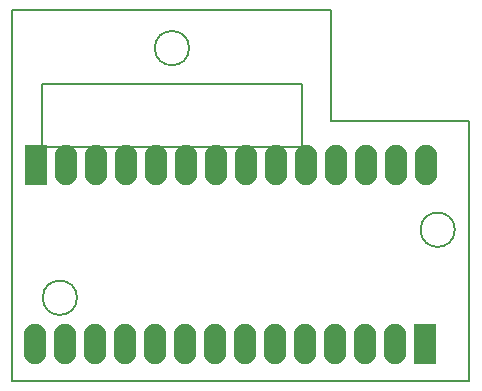
<source format=gbr>
G04 #@! TF.FileFunction,Soldermask,Top*
%FSLAX46Y46*%
G04 Gerber Fmt 4.6, Leading zero omitted, Abs format (unit mm)*
G04 Created by KiCad (PCBNEW 4.0.2-stable) date 04/04/2016 12:36:13*
%MOMM*%
G01*
G04 APERTURE LIST*
%ADD10C,0.100000*%
%ADD11C,0.150000*%
%ADD12O,1.906220X3.414980*%
%ADD13R,1.906220X3.414980*%
G04 APERTURE END LIST*
D10*
D11*
X138272205Y-108370000D02*
G75*
G03X138272205Y-108370000I-1452205J0D01*
G01*
X147762205Y-87232205D02*
G75*
G03X147762205Y-87232205I-1452205J0D01*
G01*
X170260000Y-102610000D02*
G75*
G03X170260000Y-102610000I-1452205J0D01*
G01*
X138272205Y-108370000D02*
G75*
G03X138272205Y-108370000I-1452205J0D01*
G01*
X157300000Y-95600000D02*
X135300000Y-95600000D01*
X157300000Y-90300000D02*
X157300000Y-95600000D01*
X135300000Y-90300000D02*
X157300000Y-90300000D01*
X135300000Y-95600000D02*
X135300000Y-90300000D01*
X171500000Y-115400000D02*
X132800000Y-115400000D01*
X171500000Y-115200000D02*
X171500000Y-115400000D01*
X171500000Y-111400000D02*
X171500000Y-115200000D01*
X171500000Y-103100000D02*
X171500000Y-111400000D01*
X171500000Y-93400000D02*
X171500000Y-103100000D01*
X159800000Y-93400000D02*
X171500000Y-93400000D01*
X159800000Y-84000000D02*
X159800000Y-93400000D01*
X132800000Y-84000000D02*
X159800000Y-84000000D01*
X132800000Y-84400000D02*
X132800000Y-84000000D01*
X132800000Y-85400000D02*
X132800000Y-84400000D01*
X132800000Y-115400000D02*
X132800000Y-85400000D01*
D12*
X144940000Y-97100000D03*
X147480000Y-97100000D03*
X150020000Y-97100000D03*
X152560000Y-97100000D03*
X155100000Y-97100000D03*
X157640000Y-97100000D03*
X160180000Y-97100000D03*
X162720000Y-97100000D03*
X165260000Y-97100000D03*
X142400000Y-97100000D03*
X139860000Y-97100000D03*
X137320000Y-97100000D03*
X167800000Y-97100000D03*
D13*
X134780000Y-97100000D03*
D12*
X157580000Y-112300000D03*
X155040000Y-112300000D03*
X152500000Y-112300000D03*
X149960000Y-112300000D03*
X147420000Y-112300000D03*
X144880000Y-112300000D03*
X142340000Y-112300000D03*
X139800000Y-112300000D03*
X137260000Y-112300000D03*
X160120000Y-112300000D03*
X162660000Y-112300000D03*
X165200000Y-112300000D03*
X134720000Y-112300000D03*
D13*
X167740000Y-112300000D03*
M02*

</source>
